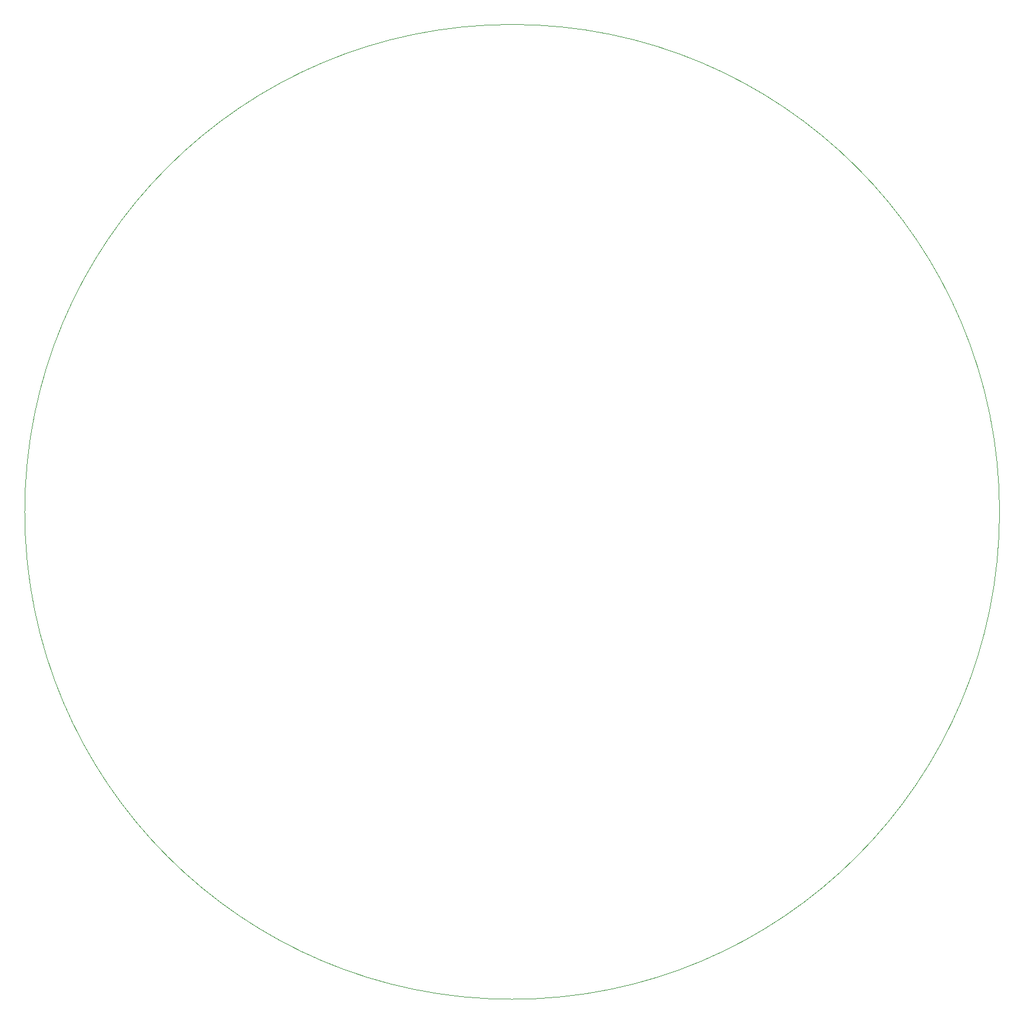
<source format=gbr>
%TF.GenerationSoftware,KiCad,Pcbnew,9.0.6*%
%TF.CreationDate,2026-01-04T15:34:23+01:00*%
%TF.ProjectId,uMule_board,754d756c-655f-4626-9f61-72642e6b6963,rev?*%
%TF.SameCoordinates,Original*%
%TF.FileFunction,Profile,NP*%
%FSLAX46Y46*%
G04 Gerber Fmt 4.6, Leading zero omitted, Abs format (unit mm)*
G04 Created by KiCad (PCBNEW 9.0.6) date 2026-01-04 15:34:23*
%MOMM*%
%LPD*%
G01*
G04 APERTURE LIST*
%TA.AperFunction,Profile*%
%ADD10C,0.100000*%
%TD*%
G04 APERTURE END LIST*
D10*
X197968893Y-115244000D02*
G75*
G02*
X57968893Y-115244000I-70000000J0D01*
G01*
X57968893Y-115244000D02*
G75*
G02*
X197968893Y-115244000I70000000J0D01*
G01*
M02*

</source>
